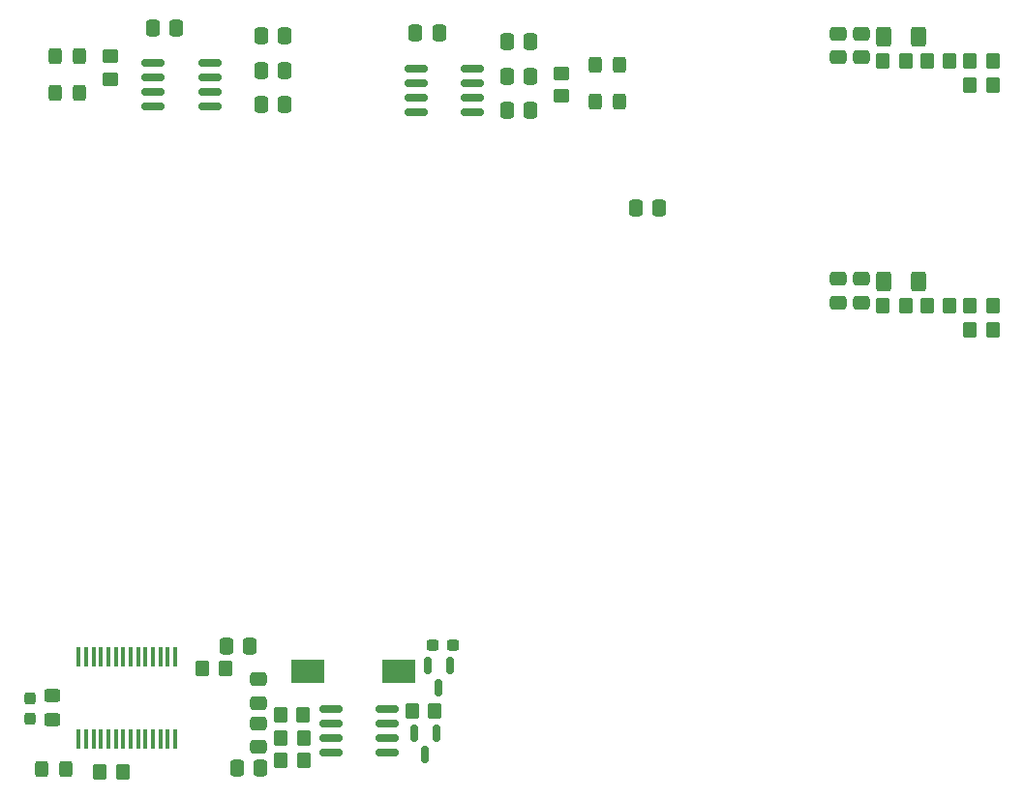
<source format=gbr>
%TF.GenerationSoftware,KiCad,Pcbnew,6.0.7+dfsg-3*%
%TF.CreationDate,2022-10-06T09:03:10-04:00*%
%TF.ProjectId,COMPLETE_PCB,434f4d50-4c45-4544-955f-5043422e6b69,rev?*%
%TF.SameCoordinates,Original*%
%TF.FileFunction,Paste,Bot*%
%TF.FilePolarity,Positive*%
%FSLAX46Y46*%
G04 Gerber Fmt 4.6, Leading zero omitted, Abs format (unit mm)*
G04 Created by KiCad (PCBNEW 6.0.7+dfsg-3) date 2022-10-06 09:03:10*
%MOMM*%
%LPD*%
G01*
G04 APERTURE LIST*
G04 Aperture macros list*
%AMRoundRect*
0 Rectangle with rounded corners*
0 $1 Rounding radius*
0 $2 $3 $4 $5 $6 $7 $8 $9 X,Y pos of 4 corners*
0 Add a 4 corners polygon primitive as box body*
4,1,4,$2,$3,$4,$5,$6,$7,$8,$9,$2,$3,0*
0 Add four circle primitives for the rounded corners*
1,1,$1+$1,$2,$3*
1,1,$1+$1,$4,$5*
1,1,$1+$1,$6,$7*
1,1,$1+$1,$8,$9*
0 Add four rect primitives between the rounded corners*
20,1,$1+$1,$2,$3,$4,$5,0*
20,1,$1+$1,$4,$5,$6,$7,0*
20,1,$1+$1,$6,$7,$8,$9,0*
20,1,$1+$1,$8,$9,$2,$3,0*%
G04 Aperture macros list end*
%ADD10R,0.450000X1.750000*%
%ADD11RoundRect,0.250000X-0.337500X-0.475000X0.337500X-0.475000X0.337500X0.475000X-0.337500X0.475000X0*%
%ADD12RoundRect,0.250000X-0.450000X0.350000X-0.450000X-0.350000X0.450000X-0.350000X0.450000X0.350000X0*%
%ADD13RoundRect,0.250000X0.350000X0.450000X-0.350000X0.450000X-0.350000X-0.450000X0.350000X-0.450000X0*%
%ADD14RoundRect,0.250000X0.475000X-0.337500X0.475000X0.337500X-0.475000X0.337500X-0.475000X-0.337500X0*%
%ADD15RoundRect,0.250000X-0.325000X-0.450000X0.325000X-0.450000X0.325000X0.450000X-0.325000X0.450000X0*%
%ADD16RoundRect,0.250000X0.337500X0.475000X-0.337500X0.475000X-0.337500X-0.475000X0.337500X-0.475000X0*%
%ADD17RoundRect,0.250000X-0.350000X-0.450000X0.350000X-0.450000X0.350000X0.450000X-0.350000X0.450000X0*%
%ADD18RoundRect,0.150000X0.825000X0.150000X-0.825000X0.150000X-0.825000X-0.150000X0.825000X-0.150000X0*%
%ADD19RoundRect,0.237500X0.237500X-0.300000X0.237500X0.300000X-0.237500X0.300000X-0.237500X-0.300000X0*%
%ADD20RoundRect,0.250000X-0.475000X0.337500X-0.475000X-0.337500X0.475000X-0.337500X0.475000X0.337500X0*%
%ADD21RoundRect,0.250000X0.325000X0.450000X-0.325000X0.450000X-0.325000X-0.450000X0.325000X-0.450000X0*%
%ADD22RoundRect,0.237500X-0.300000X-0.237500X0.300000X-0.237500X0.300000X0.237500X-0.300000X0.237500X0*%
%ADD23RoundRect,0.150000X-0.150000X0.587500X-0.150000X-0.587500X0.150000X-0.587500X0.150000X0.587500X0*%
%ADD24R,2.999300X2.057400*%
%ADD25RoundRect,0.250000X0.450000X-0.350000X0.450000X0.350000X-0.450000X0.350000X-0.450000X-0.350000X0*%
%ADD26RoundRect,0.250000X0.450000X-0.325000X0.450000X0.325000X-0.450000X0.325000X-0.450000X-0.325000X0*%
%ADD27RoundRect,0.250000X0.400000X0.625000X-0.400000X0.625000X-0.400000X-0.625000X0.400000X-0.625000X0*%
G04 APERTURE END LIST*
D10*
%TO.C,U3*%
X32955400Y-85617699D03*
X33605400Y-85617699D03*
X34255400Y-85617699D03*
X34905400Y-85617699D03*
X35555400Y-85617699D03*
X36205400Y-85617699D03*
X36855400Y-85617699D03*
X37505400Y-85617699D03*
X38155400Y-85617699D03*
X38805400Y-85617699D03*
X39455400Y-85617699D03*
X40105400Y-85617699D03*
X40755400Y-85617699D03*
X41405400Y-85617699D03*
X41405400Y-92817699D03*
X40755400Y-92817699D03*
X40105400Y-92817699D03*
X39455400Y-92817699D03*
X38805400Y-92817699D03*
X38155400Y-92817699D03*
X37505400Y-92817699D03*
X36855400Y-92817699D03*
X36205400Y-92817699D03*
X35555400Y-92817699D03*
X34905400Y-92817699D03*
X34255400Y-92817699D03*
X33605400Y-92817699D03*
X32955400Y-92817699D03*
%TD*%
D11*
%TO.C,C1*%
X48922500Y-34260000D03*
X50997500Y-34260000D03*
%TD*%
D12*
%TO.C,R2*%
X75210000Y-34510000D03*
X75210000Y-36510000D03*
%TD*%
D13*
%TO.C,Rcomp1*%
X112937500Y-54890673D03*
X110937500Y-54890673D03*
%TD*%
D14*
%TO.C,Cin2*%
X99405000Y-33105673D03*
X99405000Y-31030673D03*
%TD*%
D15*
%TO.C,D3*%
X78185000Y-37010000D03*
X80235000Y-37010000D03*
%TD*%
D16*
%TO.C,C4*%
X41497500Y-30510000D03*
X39422500Y-30510000D03*
%TD*%
D13*
%TO.C,Rcomp2*%
X112935000Y-33418173D03*
X110935000Y-33418173D03*
%TD*%
D17*
%TO.C,Rfilt1*%
X103337500Y-54890673D03*
X105337500Y-54890673D03*
%TD*%
%TO.C,Ccomp1*%
X110937500Y-56980673D03*
X112937500Y-56980673D03*
%TD*%
%TO.C,Rfilt2*%
X103335000Y-33418173D03*
X105335000Y-33418173D03*
%TD*%
%TO.C,R7*%
X34821200Y-95664099D03*
X36821200Y-95664099D03*
%TD*%
%TO.C,R4*%
X107175000Y-33418173D03*
X109175000Y-33418173D03*
%TD*%
%TO.C,R8*%
X43791200Y-86614099D03*
X45791200Y-86614099D03*
%TD*%
D18*
%TO.C,U1*%
X44435000Y-33605000D03*
X44435000Y-34875000D03*
X44435000Y-36145000D03*
X44435000Y-37415000D03*
X39485000Y-37415000D03*
X39485000Y-36145000D03*
X39485000Y-34875000D03*
X39485000Y-33605000D03*
%TD*%
D14*
%TO.C,Cbyp1*%
X101427500Y-54568173D03*
X101427500Y-52493173D03*
%TD*%
D18*
%TO.C,U3*%
X67435000Y-34105000D03*
X67435000Y-35375000D03*
X67435000Y-36645000D03*
X67435000Y-37915000D03*
X62485000Y-37915000D03*
X62485000Y-36645000D03*
X62485000Y-35375000D03*
X62485000Y-34105000D03*
%TD*%
D14*
%TO.C,C5*%
X48711200Y-93461599D03*
X48711200Y-91386599D03*
%TD*%
D18*
%TO.C,U2*%
X59975400Y-90157499D03*
X59975400Y-91427499D03*
X59975400Y-92697499D03*
X59975400Y-93967499D03*
X55025400Y-93967499D03*
X55025400Y-92697499D03*
X55025400Y-91427499D03*
X55025400Y-90157499D03*
%TD*%
D19*
%TO.C,C10*%
X28691200Y-90976599D03*
X28691200Y-89251599D03*
%TD*%
D14*
%TO.C,Cbyp2*%
X101425000Y-33095673D03*
X101425000Y-31020673D03*
%TD*%
D17*
%TO.C,R4*%
X50627400Y-92668899D03*
X52627400Y-92668899D03*
%TD*%
D20*
%TO.C,C3*%
X48651200Y-87556599D03*
X48651200Y-89631599D03*
%TD*%
D14*
%TO.C,Cin1*%
X99407500Y-54578173D03*
X99407500Y-52503173D03*
%TD*%
D21*
%TO.C,D4*%
X80235000Y-33760000D03*
X78185000Y-33760000D03*
%TD*%
D15*
%TO.C,D2*%
X30935000Y-33010000D03*
X32985000Y-33010000D03*
%TD*%
D21*
%TO.C,D1*%
X32985000Y-36260000D03*
X30935000Y-36260000D03*
%TD*%
D11*
%TO.C,C2*%
X48922500Y-37260000D03*
X50997500Y-37260000D03*
%TD*%
D17*
%TO.C,R2*%
X107177500Y-54890673D03*
X109177500Y-54890673D03*
%TD*%
D22*
%TO.C,C9*%
X63941200Y-84574099D03*
X65666200Y-84574099D03*
%TD*%
D16*
%TO.C,C13*%
X83747500Y-46260000D03*
X81672500Y-46260000D03*
%TD*%
D13*
%TO.C,R1*%
X52601200Y-90694099D03*
X50601200Y-90694099D03*
%TD*%
D23*
%TO.C,Q1*%
X63521200Y-86386599D03*
X65421200Y-86386599D03*
X64471200Y-88261599D03*
%TD*%
%TO.C,Q2*%
X62333600Y-92273599D03*
X64233600Y-92273599D03*
X63283600Y-94148599D03*
%TD*%
D11*
%TO.C,C7*%
X46803700Y-95354099D03*
X48878700Y-95354099D03*
%TD*%
D24*
%TO.C,Y1*%
X61004550Y-86842799D03*
X52980250Y-86842799D03*
%TD*%
D21*
%TO.C,D1*%
X31804600Y-95440699D03*
X29754600Y-95440699D03*
%TD*%
D11*
%TO.C,C7*%
X70422500Y-37760000D03*
X72497500Y-37760000D03*
%TD*%
%TO.C,C10*%
X70422500Y-31760000D03*
X72497500Y-31760000D03*
%TD*%
D17*
%TO.C,Ccomp4*%
X110935000Y-35508173D03*
X112935000Y-35508173D03*
%TD*%
D25*
%TO.C,R1*%
X35710000Y-35010000D03*
X35710000Y-33010000D03*
%TD*%
D26*
%TO.C,D2*%
X30641200Y-91059099D03*
X30641200Y-89009099D03*
%TD*%
D11*
%TO.C,C3*%
X48922500Y-31260000D03*
X50997500Y-31260000D03*
%TD*%
D27*
%TO.C,Rsense1*%
X106467500Y-52760673D03*
X103367500Y-52760673D03*
%TD*%
D17*
%TO.C,R3*%
X50633000Y-94653299D03*
X52633000Y-94653299D03*
%TD*%
%TO.C,R2*%
X62131200Y-90284099D03*
X64131200Y-90284099D03*
%TD*%
D11*
%TO.C,C6*%
X70422500Y-34760000D03*
X72497500Y-34760000D03*
%TD*%
D16*
%TO.C,C11*%
X64497500Y-31010000D03*
X62422500Y-31010000D03*
%TD*%
D27*
%TO.C,Rsense2*%
X106465000Y-31288173D03*
X103365000Y-31288173D03*
%TD*%
D11*
%TO.C,C2*%
X45873700Y-84644099D03*
X47948700Y-84644099D03*
%TD*%
M02*

</source>
